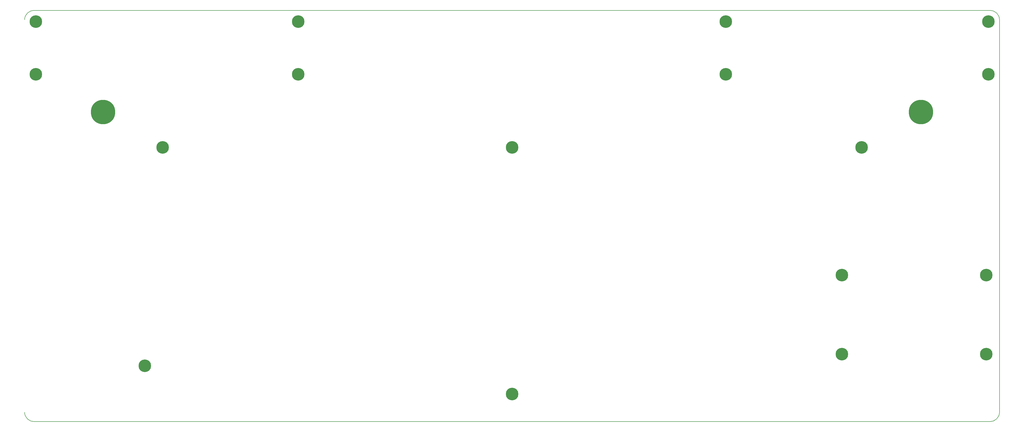
<source format=gbr>
%TF.GenerationSoftware,KiCad,Pcbnew,5.1.7-a382d34a8~88~ubuntu20.04.1*%
%TF.CreationDate,2021-03-29T02:56:27+02:00*%
%TF.ProjectId,mysterium-bottom,6d797374-6572-4697-956d-2d626f74746f,rev?*%
%TF.SameCoordinates,Original*%
%TF.FileFunction,Soldermask,Top*%
%TF.FilePolarity,Negative*%
%FSLAX46Y46*%
G04 Gerber Fmt 4.6, Leading zero omitted, Abs format (unit mm)*
G04 Created by KiCad (PCBNEW 5.1.7-a382d34a8~88~ubuntu20.04.1) date 2021-03-29 02:56:27*
%MOMM*%
%LPD*%
G01*
G04 APERTURE LIST*
%TA.AperFunction,Profile*%
%ADD10C,0.150000*%
%TD*%
%ADD11C,8.702000*%
%ADD12C,4.502000*%
G04 APERTURE END LIST*
D10*
X384213099Y-204169841D02*
G75*
G02*
X380909040Y-207479900I-3307059J-3000D01*
G01*
X380903041Y-60863401D02*
G75*
G02*
X384213100Y-64167460I3000J-3307059D01*
G01*
X36550601Y-64173459D02*
G75*
G02*
X39854660Y-60863400I3307059J3000D01*
G01*
X39860659Y-207479899D02*
G75*
G02*
X36550600Y-204175840I-3000J3307059D01*
G01*
X384213100Y-64167460D02*
X384213099Y-204169841D01*
X380909040Y-207479900D02*
X39860659Y-207479899D01*
X39854660Y-60863400D02*
X380903041Y-60863400D01*
X384213099Y-204169841D02*
G75*
G02*
X380909040Y-207479900I-3307059J-3000D01*
G01*
X380903041Y-60863401D02*
G75*
G02*
X384213100Y-64167460I3000J-3307059D01*
G01*
X36550601Y-64173459D02*
G75*
G02*
X39854660Y-60863400I3307059J3000D01*
G01*
X39860659Y-207479899D02*
G75*
G02*
X36550600Y-204175840I-3000J3307059D01*
G01*
X384213100Y-64167460D02*
X384213099Y-204169841D01*
X380909040Y-207479900D02*
X39860659Y-207479899D01*
X39854660Y-60863400D02*
X380903041Y-60863400D01*
D11*
X356213100Y-97053400D03*
X64550600Y-97053400D03*
D12*
X286626300Y-83613400D03*
X134137400Y-83613400D03*
X286626300Y-64863400D03*
X40550600Y-64863400D03*
X379523512Y-183454800D03*
X327986788Y-183454800D03*
X379523512Y-155219400D03*
X327986788Y-155219400D03*
X79401800Y-187587400D03*
X85763100Y-109702600D03*
X335000600Y-109702600D03*
X210419351Y-197713600D03*
X210419351Y-109702600D03*
X134137400Y-64863400D03*
X380213100Y-64863400D03*
X380213100Y-83613400D03*
X40550600Y-83613400D03*
M02*

</source>
